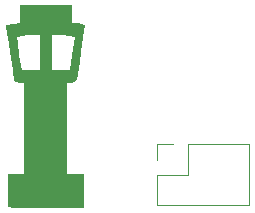
<source format=gto>
%TF.GenerationSoftware,KiCad,Pcbnew,(6.0.4-0)*%
%TF.CreationDate,2022-05-11T22:13:46-04:00*%
%TF.ProjectId,earth_base,65617274-685f-4626-9173-652e6b696361,rev?*%
%TF.SameCoordinates,Original*%
%TF.FileFunction,Legend,Top*%
%TF.FilePolarity,Positive*%
%FSLAX46Y46*%
G04 Gerber Fmt 4.6, Leading zero omitted, Abs format (unit mm)*
G04 Created by KiCad (PCBNEW (6.0.4-0)) date 2022-05-11 22:13:46*
%MOMM*%
%LPD*%
G01*
G04 APERTURE LIST*
%ADD10C,0.120000*%
G04 APERTURE END LIST*
%TO.C,svg2mod*%
G36*
X132583009Y-109431905D02*
G01*
X132125639Y-109399532D01*
X132094124Y-108949730D01*
X132081029Y-107969112D01*
X132081029Y-106610444D01*
X132790428Y-106580554D01*
X133500152Y-106550204D01*
X133500152Y-98907808D01*
X133091248Y-98876528D01*
X132647832Y-98664034D01*
X132512182Y-97802725D01*
X132274844Y-96223637D01*
X132094990Y-95000602D01*
X132835676Y-95000602D01*
X132925565Y-95510743D01*
X133081803Y-96486216D01*
X133285604Y-97793371D01*
X134787421Y-97793371D01*
X135843867Y-97793371D01*
X137345678Y-97793371D01*
X137552088Y-96469658D01*
X137697646Y-95486955D01*
X137758168Y-94983586D01*
X136801018Y-94821226D01*
X135843867Y-94821226D01*
X135843867Y-97793371D01*
X134787421Y-97793371D01*
X134787421Y-94821226D01*
X133790225Y-94821226D01*
X132835676Y-95000602D01*
X132094990Y-95000602D01*
X132049255Y-94689596D01*
X131948851Y-93963427D01*
X132526397Y-93843843D01*
X133104269Y-93813033D01*
X133123149Y-92940523D01*
X133138449Y-92244630D01*
X137494158Y-92244607D01*
X137494158Y-93760116D01*
X138055428Y-93760116D01*
X138616368Y-93964790D01*
X138559617Y-94474884D01*
X138412781Y-95592810D01*
X138210980Y-97058309D01*
X137989338Y-98611125D01*
X137543318Y-98876511D01*
X137345678Y-98891510D01*
X137131158Y-98907791D01*
X137131158Y-106550186D01*
X137842508Y-106580546D01*
X138554188Y-106610896D01*
X138535588Y-108013717D01*
X138517388Y-109416082D01*
X135343816Y-109443682D01*
X134787421Y-109445092D01*
X133739162Y-109447749D01*
X132583009Y-109431905D01*
G37*
D10*
%TO.C,J2*%
X152500605Y-109227258D02*
X152500605Y-104027258D01*
X147360605Y-106627258D02*
X147360605Y-104027258D01*
X144760605Y-109227258D02*
X152500605Y-109227258D01*
X144760605Y-105357258D02*
X144760605Y-104027258D01*
X147360605Y-104027258D02*
X152500605Y-104027258D01*
X144760605Y-109227258D02*
X144760605Y-106627258D01*
X144760605Y-106627258D02*
X147360605Y-106627258D01*
X144760605Y-104027258D02*
X146090605Y-104027258D01*
%TD*%
M02*

</source>
